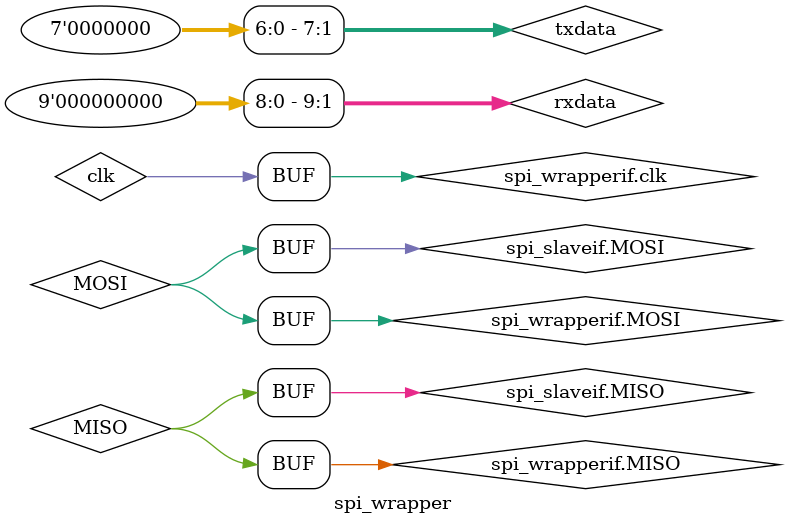
<source format=sv>
module spi_wrapper (spi_wrapper_if.DUT spi_wrapperif);
    parameter MEM_DEPTH = 256 ;
    parameter ADDR_SIZE = 8;
    logic clk;
    logic rst_n;
    logic MOSI;
    logic ss_n;
    logic MISO;

    // internals
    logic [9:0] rxdata ;
    logic [7:0] txdata ;
    logic rx_valid , tx_valid ;
    // Slave & Ram interfaces
    spi_slave_if spi_slaveif (clk);
    ram_if ramif (clk);
    // Wrapper Interface
    // inputs
    //=============================
    // Wrapper Interface Inputs
    //=============================
    assign clk       = spi_wrapperif.clk;
    assign rst_n     = spi_wrapperif.rst_n;
    assign MOSI      = spi_wrapperif.MOSI;
    assign ss_n      = spi_wrapperif.ss_n;

    //=============================
    // Wrapper Interface Outputs
    //=============================
    assign spi_wrapperif.MISO = MISO;

    //=============================
    // Slave Interface Connections
    //=============================
    assign spi_slaveif.rst_n     = rst_n;
    assign spi_slaveif.MOSI      = MOSI;
    assign spi_slaveif.ss_n      = ss_n;
    assign spi_slaveif.tx_valid  = tx_valid;     // from internal logic
    assign spi_slaveif.tx_data   = txdata;       // from internal logic
    assign rx_valid              = spi_slaveif.rx_valid; // to internal logic
    assign rxdata                = spi_slaveif.rx_data;  // to internal logic
    assign MISO                  = spi_slaveif.MISO;

    //=============================
    // RAM Interface Connections
    //=============================
    assign ramif.rst_n           = rst_n;
    assign ramif.rx_valid        = rx_valid;     // from internal logic
    assign ramif.din             = rxdata;       // from internal logic
    assign tx_valid              = ramif.tx_valid; // to internal logic
    assign txdata                = ramif.dout;  // to internal logic


    spi_slave SPI(
        spi_slaveif
    );

    ram #(MEM_DEPTH,ADDR_SIZE) Ram (
        ramif
    );
endmodule
</source>
